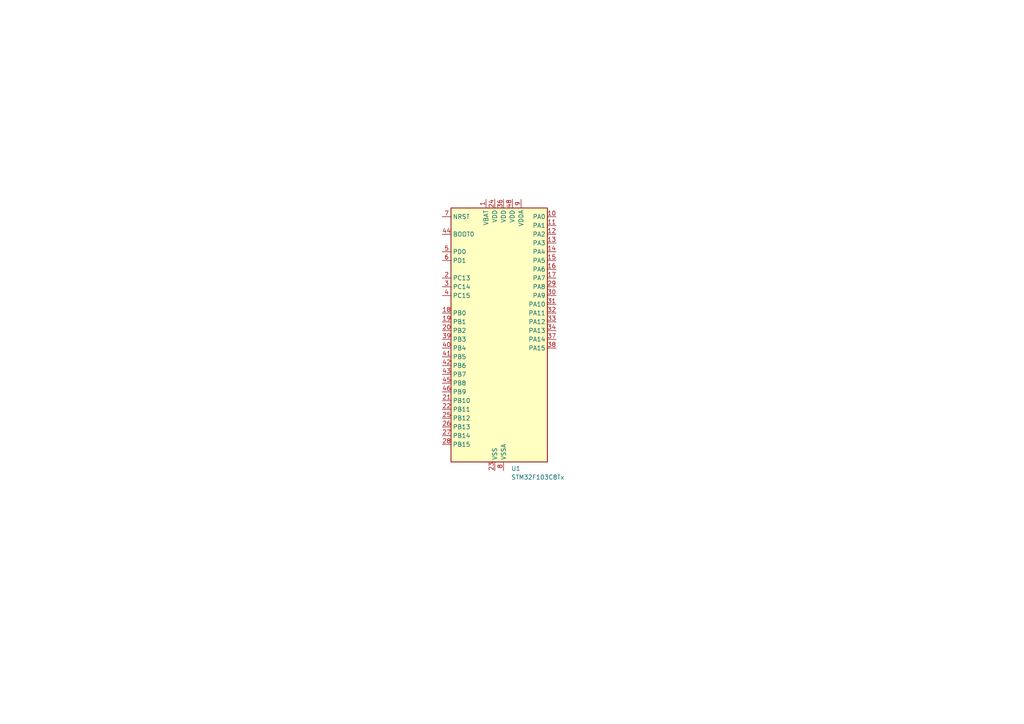
<source format=kicad_sch>
(kicad_sch (version 20230121) (generator eeschema)

  (uuid 34e74079-3b2a-4f6d-a984-1f8b3e7ccd86)

  (paper "A4")

  (lib_symbols
    (symbol "MCU_ST_STM32F1:STM32F103C8Tx" (in_bom yes) (on_board yes)
      (property "Reference" "U" (at -12.7 39.37 0)
        (effects (font (size 1.27 1.27)) (justify left))
      )
      (property "Value" "STM32F103C8Tx" (at 10.16 39.37 0)
        (effects (font (size 1.27 1.27)) (justify left))
      )
      (property "Footprint" "Package_QFP:LQFP-48_7x7mm_P0.5mm" (at -12.7 -35.56 0)
        (effects (font (size 1.27 1.27)) (justify right) hide)
      )
      (property "Datasheet" "https://www.st.com/resource/en/datasheet/stm32f103c8.pdf" (at 0 0 0)
        (effects (font (size 1.27 1.27)) hide)
      )
      (property "ki_locked" "" (at 0 0 0)
        (effects (font (size 1.27 1.27)))
      )
      (property "ki_keywords" "Arm Cortex-M3 STM32F1 STM32F103" (at 0 0 0)
        (effects (font (size 1.27 1.27)) hide)
      )
      (property "ki_description" "STMicroelectronics Arm Cortex-M3 MCU, 64KB flash, 20KB RAM, 72 MHz, 2.0-3.6V, 37 GPIO, LQFP48" (at 0 0 0)
        (effects (font (size 1.27 1.27)) hide)
      )
      (property "ki_fp_filters" "LQFP*7x7mm*P0.5mm*" (at 0 0 0)
        (effects (font (size 1.27 1.27)) hide)
      )
      (symbol "STM32F103C8Tx_0_1"
        (rectangle (start -12.7 -35.56) (end 15.24 38.1)
          (stroke (width 0.254) (type default))
          (fill (type background))
        )
      )
      (symbol "STM32F103C8Tx_1_1"
        (pin power_in line (at -2.54 40.64 270) (length 2.54)
          (name "VBAT" (effects (font (size 1.27 1.27))))
          (number "1" (effects (font (size 1.27 1.27))))
        )
        (pin bidirectional line (at 17.78 35.56 180) (length 2.54)
          (name "PA0" (effects (font (size 1.27 1.27))))
          (number "10" (effects (font (size 1.27 1.27))))
          (alternate "ADC1_IN0" bidirectional line)
          (alternate "ADC2_IN0" bidirectional line)
          (alternate "SYS_WKUP" bidirectional line)
          (alternate "TIM2_CH1" bidirectional line)
          (alternate "TIM2_ETR" bidirectional line)
          (alternate "USART2_CTS" bidirectional line)
        )
        (pin bidirectional line (at 17.78 33.02 180) (length 2.54)
          (name "PA1" (effects (font (size 1.27 1.27))))
          (number "11" (effects (font (size 1.27 1.27))))
          (alternate "ADC1_IN1" bidirectional line)
          (alternate "ADC2_IN1" bidirectional line)
          (alternate "TIM2_CH2" bidirectional line)
          (alternate "USART2_RTS" bidirectional line)
        )
        (pin bidirectional line (at 17.78 30.48 180) (length 2.54)
          (name "PA2" (effects (font (size 1.27 1.27))))
          (number "12" (effects (font (size 1.27 1.27))))
          (alternate "ADC1_IN2" bidirectional line)
          (alternate "ADC2_IN2" bidirectional line)
          (alternate "TIM2_CH3" bidirectional line)
          (alternate "USART2_TX" bidirectional line)
        )
        (pin bidirectional line (at 17.78 27.94 180) (length 2.54)
          (name "PA3" (effects (font (size 1.27 1.27))))
          (number "13" (effects (font (size 1.27 1.27))))
          (alternate "ADC1_IN3" bidirectional line)
          (alternate "ADC2_IN3" bidirectional line)
          (alternate "TIM2_CH4" bidirectional line)
          (alternate "USART2_RX" bidirectional line)
        )
        (pin bidirectional line (at 17.78 25.4 180) (length 2.54)
          (name "PA4" (effects (font (size 1.27 1.27))))
          (number "14" (effects (font (size 1.27 1.27))))
          (alternate "ADC1_IN4" bidirectional line)
          (alternate "ADC2_IN4" bidirectional line)
          (alternate "SPI1_NSS" bidirectional line)
          (alternate "USART2_CK" bidirectional line)
        )
        (pin bidirectional line (at 17.78 22.86 180) (length 2.54)
          (name "PA5" (effects (font (size 1.27 1.27))))
          (number "15" (effects (font (size 1.27 1.27))))
          (alternate "ADC1_IN5" bidirectional line)
          (alternate "ADC2_IN5" bidirectional line)
          (alternate "SPI1_SCK" bidirectional line)
        )
        (pin bidirectional line (at 17.78 20.32 180) (length 2.54)
          (name "PA6" (effects (font (size 1.27 1.27))))
          (number "16" (effects (font (size 1.27 1.27))))
          (alternate "ADC1_IN6" bidirectional line)
          (alternate "ADC2_IN6" bidirectional line)
          (alternate "SPI1_MISO" bidirectional line)
          (alternate "TIM1_BKIN" bidirectional line)
          (alternate "TIM3_CH1" bidirectional line)
        )
        (pin bidirectional line (at 17.78 17.78 180) (length 2.54)
          (name "PA7" (effects (font (size 1.27 1.27))))
          (number "17" (effects (font (size 1.27 1.27))))
          (alternate "ADC1_IN7" bidirectional line)
          (alternate "ADC2_IN7" bidirectional line)
          (alternate "SPI1_MOSI" bidirectional line)
          (alternate "TIM1_CH1N" bidirectional line)
          (alternate "TIM3_CH2" bidirectional line)
        )
        (pin bidirectional line (at -15.24 7.62 0) (length 2.54)
          (name "PB0" (effects (font (size 1.27 1.27))))
          (number "18" (effects (font (size 1.27 1.27))))
          (alternate "ADC1_IN8" bidirectional line)
          (alternate "ADC2_IN8" bidirectional line)
          (alternate "TIM1_CH2N" bidirectional line)
          (alternate "TIM3_CH3" bidirectional line)
        )
        (pin bidirectional line (at -15.24 5.08 0) (length 2.54)
          (name "PB1" (effects (font (size 1.27 1.27))))
          (number "19" (effects (font (size 1.27 1.27))))
          (alternate "ADC1_IN9" bidirectional line)
          (alternate "ADC2_IN9" bidirectional line)
          (alternate "TIM1_CH3N" bidirectional line)
          (alternate "TIM3_CH4" bidirectional line)
        )
        (pin bidirectional line (at -15.24 17.78 0) (length 2.54)
          (name "PC13" (effects (font (size 1.27 1.27))))
          (number "2" (effects (font (size 1.27 1.27))))
          (alternate "RTC_OUT" bidirectional line)
          (alternate "RTC_TAMPER" bidirectional line)
        )
        (pin bidirectional line (at -15.24 2.54 0) (length 2.54)
          (name "PB2" (effects (font (size 1.27 1.27))))
          (number "20" (effects (font (size 1.27 1.27))))
        )
        (pin bidirectional line (at -15.24 -17.78 0) (length 2.54)
          (name "PB10" (effects (font (size 1.27 1.27))))
          (number "21" (effects (font (size 1.27 1.27))))
          (alternate "I2C2_SCL" bidirectional line)
          (alternate "TIM2_CH3" bidirectional line)
          (alternate "USART3_TX" bidirectional line)
        )
        (pin bidirectional line (at -15.24 -20.32 0) (length 2.54)
          (name "PB11" (effects (font (size 1.27 1.27))))
          (number "22" (effects (font (size 1.27 1.27))))
          (alternate "ADC1_EXTI11" bidirectional line)
          (alternate "ADC2_EXTI11" bidirectional line)
          (alternate "I2C2_SDA" bidirectional line)
          (alternate "TIM2_CH4" bidirectional line)
          (alternate "USART3_RX" bidirectional line)
        )
        (pin power_in line (at 0 -38.1 90) (length 2.54)
          (name "VSS" (effects (font (size 1.27 1.27))))
          (number "23" (effects (font (size 1.27 1.27))))
        )
        (pin power_in line (at 0 40.64 270) (length 2.54)
          (name "VDD" (effects (font (size 1.27 1.27))))
          (number "24" (effects (font (size 1.27 1.27))))
        )
        (pin bidirectional line (at -15.24 -22.86 0) (length 2.54)
          (name "PB12" (effects (font (size 1.27 1.27))))
          (number "25" (effects (font (size 1.27 1.27))))
          (alternate "I2C2_SMBA" bidirectional line)
          (alternate "SPI2_NSS" bidirectional line)
          (alternate "TIM1_BKIN" bidirectional line)
          (alternate "USART3_CK" bidirectional line)
        )
        (pin bidirectional line (at -15.24 -25.4 0) (length 2.54)
          (name "PB13" (effects (font (size 1.27 1.27))))
          (number "26" (effects (font (size 1.27 1.27))))
          (alternate "SPI2_SCK" bidirectional line)
          (alternate "TIM1_CH1N" bidirectional line)
          (alternate "USART3_CTS" bidirectional line)
        )
        (pin bidirectional line (at -15.24 -27.94 0) (length 2.54)
          (name "PB14" (effects (font (size 1.27 1.27))))
          (number "27" (effects (font (size 1.27 1.27))))
          (alternate "SPI2_MISO" bidirectional line)
          (alternate "TIM1_CH2N" bidirectional line)
          (alternate "USART3_RTS" bidirectional line)
        )
        (pin bidirectional line (at -15.24 -30.48 0) (length 2.54)
          (name "PB15" (effects (font (size 1.27 1.27))))
          (number "28" (effects (font (size 1.27 1.27))))
          (alternate "ADC1_EXTI15" bidirectional line)
          (alternate "ADC2_EXTI15" bidirectional line)
          (alternate "SPI2_MOSI" bidirectional line)
          (alternate "TIM1_CH3N" bidirectional line)
        )
        (pin bidirectional line (at 17.78 15.24 180) (length 2.54)
          (name "PA8" (effects (font (size 1.27 1.27))))
          (number "29" (effects (font (size 1.27 1.27))))
          (alternate "RCC_MCO" bidirectional line)
          (alternate "TIM1_CH1" bidirectional line)
          (alternate "USART1_CK" bidirectional line)
        )
        (pin bidirectional line (at -15.24 15.24 0) (length 2.54)
          (name "PC14" (effects (font (size 1.27 1.27))))
          (number "3" (effects (font (size 1.27 1.27))))
          (alternate "RCC_OSC32_IN" bidirectional line)
        )
        (pin bidirectional line (at 17.78 12.7 180) (length 2.54)
          (name "PA9" (effects (font (size 1.27 1.27))))
          (number "30" (effects (font (size 1.27 1.27))))
          (alternate "TIM1_CH2" bidirectional line)
          (alternate "USART1_TX" bidirectional line)
        )
        (pin bidirectional line (at 17.78 10.16 180) (length 2.54)
          (name "PA10" (effects (font (size 1.27 1.27))))
          (number "31" (effects (font (size 1.27 1.27))))
          (alternate "TIM1_CH3" bidirectional line)
          (alternate "USART1_RX" bidirectional line)
        )
        (pin bidirectional line (at 17.78 7.62 180) (length 2.54)
          (name "PA11" (effects (font (size 1.27 1.27))))
          (number "32" (effects (font (size 1.27 1.27))))
          (alternate "ADC1_EXTI11" bidirectional line)
          (alternate "ADC2_EXTI11" bidirectional line)
          (alternate "CAN_RX" bidirectional line)
          (alternate "TIM1_CH4" bidirectional line)
          (alternate "USART1_CTS" bidirectional line)
          (alternate "USB_DM" bidirectional line)
        )
        (pin bidirectional line (at 17.78 5.08 180) (length 2.54)
          (name "PA12" (effects (font (size 1.27 1.27))))
          (number "33" (effects (font (size 1.27 1.27))))
          (alternate "CAN_TX" bidirectional line)
          (alternate "TIM1_ETR" bidirectional line)
          (alternate "USART1_RTS" bidirectional line)
          (alternate "USB_DP" bidirectional line)
        )
        (pin bidirectional line (at 17.78 2.54 180) (length 2.54)
          (name "PA13" (effects (font (size 1.27 1.27))))
          (number "34" (effects (font (size 1.27 1.27))))
          (alternate "SYS_JTMS-SWDIO" bidirectional line)
        )
        (pin passive line (at 0 -38.1 90) (length 2.54) hide
          (name "VSS" (effects (font (size 1.27 1.27))))
          (number "35" (effects (font (size 1.27 1.27))))
        )
        (pin power_in line (at 2.54 40.64 270) (length 2.54)
          (name "VDD" (effects (font (size 1.27 1.27))))
          (number "36" (effects (font (size 1.27 1.27))))
        )
        (pin bidirectional line (at 17.78 0 180) (length 2.54)
          (name "PA14" (effects (font (size 1.27 1.27))))
          (number "37" (effects (font (size 1.27 1.27))))
          (alternate "SYS_JTCK-SWCLK" bidirectional line)
        )
        (pin bidirectional line (at 17.78 -2.54 180) (length 2.54)
          (name "PA15" (effects (font (size 1.27 1.27))))
          (number "38" (effects (font (size 1.27 1.27))))
          (alternate "ADC1_EXTI15" bidirectional line)
          (alternate "ADC2_EXTI15" bidirectional line)
          (alternate "SPI1_NSS" bidirectional line)
          (alternate "SYS_JTDI" bidirectional line)
          (alternate "TIM2_CH1" bidirectional line)
          (alternate "TIM2_ETR" bidirectional line)
        )
        (pin bidirectional line (at -15.24 0 0) (length 2.54)
          (name "PB3" (effects (font (size 1.27 1.27))))
          (number "39" (effects (font (size 1.27 1.27))))
          (alternate "SPI1_SCK" bidirectional line)
          (alternate "SYS_JTDO-TRACESWO" bidirectional line)
          (alternate "TIM2_CH2" bidirectional line)
        )
        (pin bidirectional line (at -15.24 12.7 0) (length 2.54)
          (name "PC15" (effects (font (size 1.27 1.27))))
          (number "4" (effects (font (size 1.27 1.27))))
          (alternate "ADC1_EXTI15" bidirectional line)
          (alternate "ADC2_EXTI15" bidirectional line)
          (alternate "RCC_OSC32_OUT" bidirectional line)
        )
        (pin bidirectional line (at -15.24 -2.54 0) (length 2.54)
          (name "PB4" (effects (font (size 1.27 1.27))))
          (number "40" (effects (font (size 1.27 1.27))))
          (alternate "SPI1_MISO" bidirectional line)
          (alternate "SYS_NJTRST" bidirectional line)
          (alternate "TIM3_CH1" bidirectional line)
        )
        (pin bidirectional line (at -15.24 -5.08 0) (length 2.54)
          (name "PB5" (effects (font (size 1.27 1.27))))
          (number "41" (effects (font (size 1.27 1.27))))
          (alternate "I2C1_SMBA" bidirectional line)
          (alternate "SPI1_MOSI" bidirectional line)
          (alternate "TIM3_CH2" bidirectional line)
        )
        (pin bidirectional line (at -15.24 -7.62 0) (length 2.54)
          (name "PB6" (effects (font (size 1.27 1.27))))
          (number "42" (effects (font (size 1.27 1.27))))
          (alternate "I2C1_SCL" bidirectional line)
          (alternate "TIM4_CH1" bidirectional line)
          (alternate "USART1_TX" bidirectional line)
        )
        (pin bidirectional line (at -15.24 -10.16 0) (length 2.54)
          (name "PB7" (effects (font (size 1.27 1.27))))
          (number "43" (effects (font (size 1.27 1.27))))
          (alternate "I2C1_SDA" bidirectional line)
          (alternate "TIM4_CH2" bidirectional line)
          (alternate "USART1_RX" bidirectional line)
        )
        (pin input line (at -15.24 30.48 0) (length 2.54)
          (name "BOOT0" (effects (font (size 1.27 1.27))))
          (number "44" (effects (font (size 1.27 1.27))))
        )
        (pin bidirectional line (at -15.24 -12.7 0) (length 2.54)
          (name "PB8" (effects (font (size 1.27 1.27))))
          (number "45" (effects (font (size 1.27 1.27))))
          (alternate "CAN_RX" bidirectional line)
          (alternate "I2C1_SCL" bidirectional line)
          (alternate "TIM4_CH3" bidirectional line)
        )
        (pin bidirectional line (at -15.24 -15.24 0) (length 2.54)
          (name "PB9" (effects (font (size 1.27 1.27))))
          (number "46" (effects (font (size 1.27 1.27))))
          (alternate "CAN_TX" bidirectional line)
          (alternate "I2C1_SDA" bidirectional line)
          (alternate "TIM4_CH4" bidirectional line)
        )
        (pin passive line (at 0 -38.1 90) (length 2.54) hide
          (name "VSS" (effects (font (size 1.27 1.27))))
          (number "47" (effects (font (size 1.27 1.27))))
        )
        (pin power_in line (at 5.08 40.64 270) (length 2.54)
          (name "VDD" (effects (font (size 1.27 1.27))))
          (number "48" (effects (font (size 1.27 1.27))))
        )
        (pin bidirectional line (at -15.24 25.4 0) (length 2.54)
          (name "PD0" (effects (font (size 1.27 1.27))))
          (number "5" (effects (font (size 1.27 1.27))))
          (alternate "RCC_OSC_IN" bidirectional line)
        )
        (pin bidirectional line (at -15.24 22.86 0) (length 2.54)
          (name "PD1" (effects (font (size 1.27 1.27))))
          (number "6" (effects (font (size 1.27 1.27))))
          (alternate "RCC_OSC_OUT" bidirectional line)
        )
        (pin input line (at -15.24 35.56 0) (length 2.54)
          (name "NRST" (effects (font (size 1.27 1.27))))
          (number "7" (effects (font (size 1.27 1.27))))
        )
        (pin power_in line (at 2.54 -38.1 90) (length 2.54)
          (name "VSSA" (effects (font (size 1.27 1.27))))
          (number "8" (effects (font (size 1.27 1.27))))
        )
        (pin power_in line (at 7.62 40.64 270) (length 2.54)
          (name "VDDA" (effects (font (size 1.27 1.27))))
          (number "9" (effects (font (size 1.27 1.27))))
        )
      )
    )
  )


  (symbol (lib_id "MCU_ST_STM32F1:STM32F103C8Tx") (at 143.51 98.425 0) (unit 1)
    (in_bom yes) (on_board yes) (dnp no) (fields_autoplaced)
    (uuid 0cad721c-f3ad-473a-aeac-297fc072ada0)
    (property "Reference" "U1" (at 148.2441 135.89 0)
      (effects (font (size 1.27 1.27)) (justify left))
    )
    (property "Value" "STM32F103C8Tx" (at 148.2441 138.43 0)
      (effects (font (size 1.27 1.27)) (justify left))
    )
    (property "Footprint" "Package_QFP:LQFP-48_7x7mm_P0.5mm" (at 130.81 133.985 0)
      (effects (font (size 1.27 1.27)) (justify right) hide)
    )
    (property "Datasheet" "https://www.st.com/resource/en/datasheet/stm32f103c8.pdf" (at 143.51 98.425 0)
      (effects (font (size 1.27 1.27)) hide)
    )
    (pin "24" (uuid 1f385db6-7079-4327-9f4e-8440a8ce50ec))
    (pin "25" (uuid dac538d3-919d-4373-bdeb-51fb466996b2))
    (pin "26" (uuid e9f4a969-1a93-4114-a147-cb55ed249cf1))
    (pin "35" (uuid 7588ceb9-d3f2-48bc-ba34-d4195fb23817))
    (pin "47" (uuid 5a895bcf-31f3-4a41-bef0-2eb100a09e3b))
    (pin "6" (uuid 2d318dae-018c-4938-a08f-513ac107537f))
    (pin "8" (uuid 044805b4-b4a1-44e6-b736-3458b17ac1df))
    (pin "9" (uuid 7d4b72cd-49a4-478a-b2e9-6fa1d29d2408))
    (pin "48" (uuid 558f916e-9624-4ada-b651-21f421603f43))
    (pin "4" (uuid a091c6ea-9ef0-4a1f-a756-969a3d09f92d))
    (pin "30" (uuid 93ce108a-d1a6-4a58-8803-85ea9c7c7b4a))
    (pin "39" (uuid 2e58d628-9676-40c1-85fd-409ccafbb4e3))
    (pin "41" (uuid 8cff6b42-658b-48ad-bc86-9b21477b09fa))
    (pin "34" (uuid 867244c4-b96d-4003-b67b-7028080a1ae1))
    (pin "38" (uuid aa1891b6-a89f-4f0f-9ca3-b211b40e1932))
    (pin "40" (uuid 6351473e-5bb9-48c8-a20f-d37dccccc374))
    (pin "32" (uuid f9a03d56-39de-459d-85d2-519886e657c9))
    (pin "31" (uuid eb09f147-ec2a-482d-b46d-7dc501c9143f))
    (pin "45" (uuid 927a3ab5-5781-47f8-a2e8-2db108ac9486))
    (pin "7" (uuid ba62d094-e248-496a-8253-ea15eb12d92f))
    (pin "37" (uuid be5b2039-a4a5-4ca4-b7e6-669f1349b2b9))
    (pin "27" (uuid d9c06505-8945-4937-a992-063b01e61537))
    (pin "28" (uuid d997d533-a765-465f-bd6e-4baa3a4ef43b))
    (pin "33" (uuid 721231f5-09b1-47b5-b755-05eb48bd74f0))
    (pin "36" (uuid 006b8a09-b42d-4596-a690-929ec423214f))
    (pin "29" (uuid 94168746-a08e-415a-b8e7-02239748bbe0))
    (pin "44" (uuid 041269a3-f5ec-4bc9-8dce-c25c9c481120))
    (pin "46" (uuid e4b46d3f-9356-4468-ad22-d7ab475e0160))
    (pin "42" (uuid f32a441e-56c1-41af-b717-9a8c807408c2))
    (pin "5" (uuid abbc927e-c79d-4ad6-a03a-22075af68073))
    (pin "3" (uuid 6a91b14a-a118-403e-8750-abd91fad12cc))
    (pin "43" (uuid 9fb5c6c6-0c20-48a5-9d1c-fc9d8a547cf4))
    (pin "14" (uuid 0de3138d-b8d7-4032-bea1-1470dd3be5ee))
    (pin "16" (uuid df4e464a-937e-43c2-864b-40c397565d3d))
    (pin "19" (uuid 1f054363-2151-4baa-882f-eb4b509b47d2))
    (pin "21" (uuid 8613d2b7-c27b-448d-83b1-741ade3b0021))
    (pin "11" (uuid 94f297d8-5323-4704-a245-a57be9827bd7))
    (pin "2" (uuid 42f842b7-85f8-4ece-8180-223057997798))
    (pin "22" (uuid 533db99b-0ad4-49e1-8645-dc9952c9cded))
    (pin "23" (uuid f94286e3-50da-4641-a168-b40316030b40))
    (pin "10" (uuid f3a90c61-66d6-4f5d-8ea7-14a0c01e3c17))
    (pin "13" (uuid 73809ca5-4835-46e1-a27d-edbe059660dd))
    (pin "17" (uuid d0d02ce1-6b41-498d-b25f-32a68fe17176))
    (pin "20" (uuid af715c8c-f069-41e3-90d1-b4e216f8ef61))
    (pin "12" (uuid 6c202e7f-ad4a-4140-89ec-ef9e5542e07e))
    (pin "15" (uuid ef7ab33d-105d-480d-95a9-49ef774a4ced))
    (pin "1" (uuid 9c9c41d9-bd5f-4482-a998-b84676c79463))
    (pin "18" (uuid c566fcc7-b976-491e-9869-b10aad6e3989))
    (instances
      (project "iSTF"
        (path "/79723a73-3554-4e03-b4e9-c3853a47663c"
          (reference "U1") (unit 1)
        )
        (path "/79723a73-3554-4e03-b4e9-c3853a47663c/4eac2244-9f2a-46d5-a845-c29e9776134e"
          (reference "U1") (unit 1)
        )
        (path "/79723a73-3554-4e03-b4e9-c3853a47663c/e5e474cc-e04d-419f-a9f6-6b17d129d33f"
          (reference "U2") (unit 1)
        )
      )
    )
  )
)

</source>
